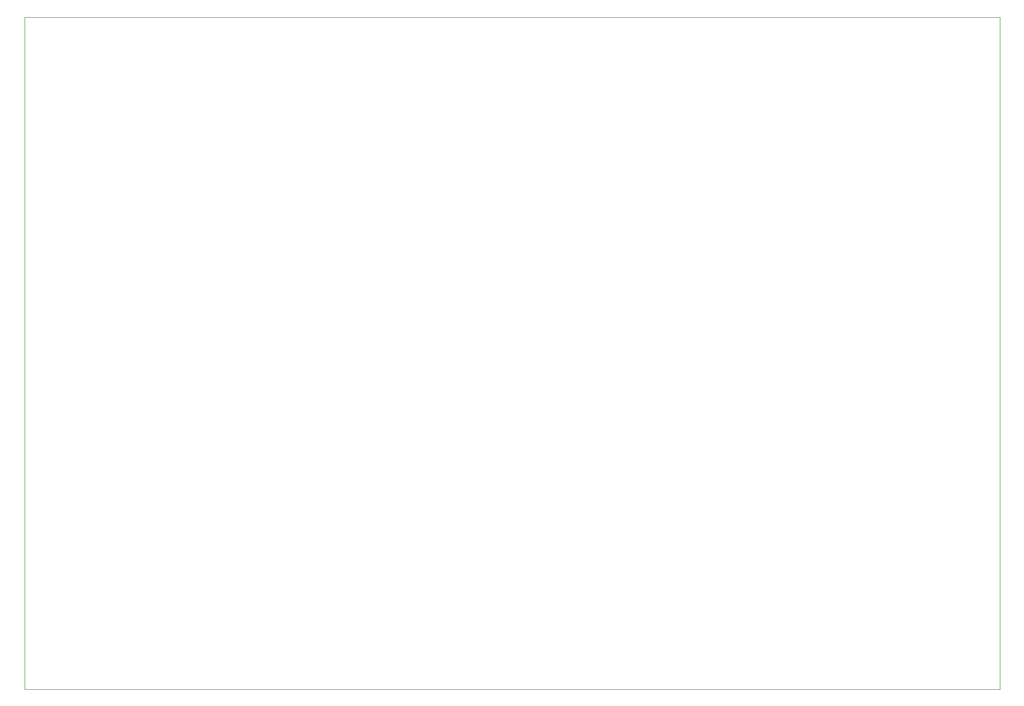
<source format=gbr>
G04 #@! TF.GenerationSoftware,KiCad,Pcbnew,5.1.0*
G04 #@! TF.CreationDate,2019-04-08T09:50:00-05:00*
G04 #@! TF.ProjectId,termocuplaJ,7465726d-6f63-4757-906c-614a2e6b6963,rev?*
G04 #@! TF.SameCoordinates,Original*
G04 #@! TF.FileFunction,Profile,NP*
%FSLAX46Y46*%
G04 Gerber Fmt 4.6, Leading zero omitted, Abs format (unit mm)*
G04 Created by KiCad (PCBNEW 5.1.0) date 2019-04-08 09:50:00*
%MOMM*%
%LPD*%
G04 APERTURE LIST*
%ADD10C,0.050000*%
G04 APERTURE END LIST*
D10*
X17780000Y-128270000D02*
X17780000Y-119380000D01*
X185420000Y-128270000D02*
X17780000Y-128270000D01*
X17780000Y-119380000D02*
X17780000Y-12700000D01*
X185420000Y-12700000D02*
X185420000Y-128270000D01*
X17780000Y-12700000D02*
X185420000Y-12700000D01*
M02*

</source>
